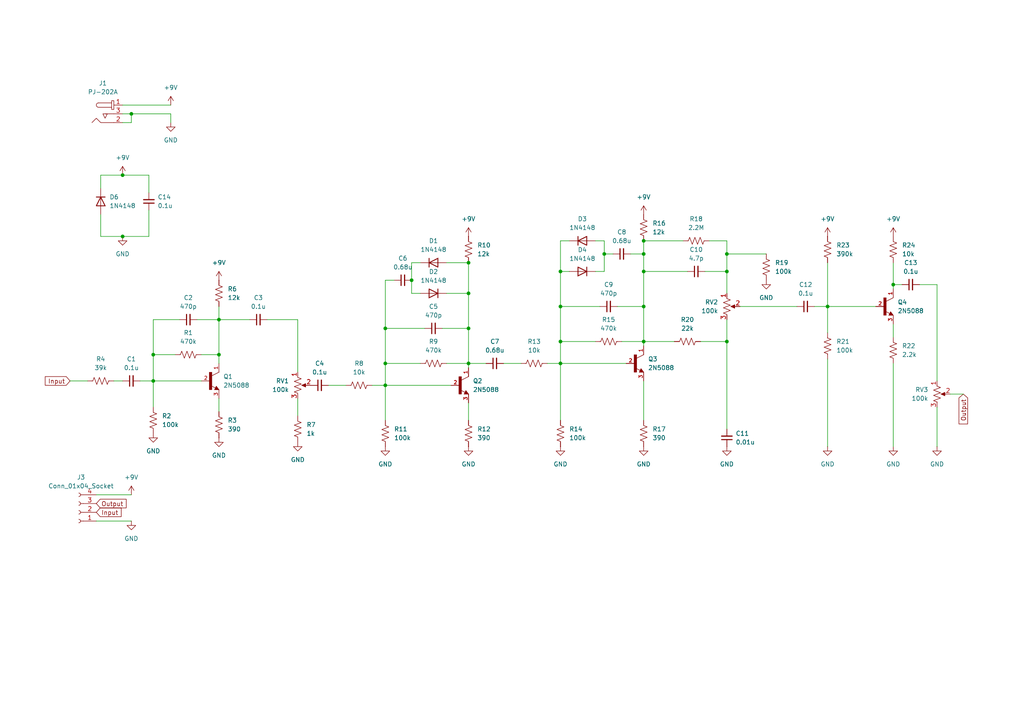
<source format=kicad_sch>
(kicad_sch (version 20231120) (generator "eeschema") (generator_version "8.0")
  (paper "A4")
  (lib_symbols
    (symbol "2N5088:2N5088" (pin_names (offset 1.016))
      (property "Reference" "Q" (at 2.54 0.508 0))
      (property "Value" "2N5088" (at 2.54 -0.508 0))
      (symbol "2N5088_0_0"
        (rectangle (start -0.254 -2.54) (end 0.508 2.54) (stroke (width 0.1)) (fill (type outline)))
        (polyline (pts (xy 1.27 -2.54) (xy 1.778 -1.524)) (stroke (width 0.1524)))
        (polyline (pts (xy 1.524 -2.413) (xy 2.286 -2.413)) (stroke (width 0.254)))
        (polyline (pts (xy 1.524 -2.286) (xy 1.905 -2.286)) (stroke (width 0.254)))
        (polyline (pts (xy 1.54 -2.04) (xy 0.308 -1.424)) (stroke (width 0.1524)))
        (polyline (pts (xy 1.778 -1.778) (xy 1.524 -2.286)) (stroke (width 0.254)))
        (polyline (pts (xy 1.778 -1.524) (xy 2.54 -2.54)) (stroke (width 0.1524)))
        (polyline (pts (xy 1.905 -2.286) (xy 1.778 -2.032)) (stroke (width 0.254)))
        (polyline (pts (xy 2.286 -2.413) (xy 1.778 -1.778)) (stroke (width 0.254)))
        (polyline (pts (xy 2.54 -2.54) (xy 1.27 -2.54)) (stroke (width 0.1524)))
        (polyline (pts (xy 2.54 2.54) (xy 0.508 1.524)) (stroke (width 0.1524)))
        (pin passive line (at 2.54 5.08 270) (length 2.54) (name "~") (number "1"))
        (pin passive line (at -2.54 0 0) (length 2.54) (name "~") (number "2"))
        (pin passive line (at 2.54 -5.08 90) (length 2.54) (name "~") (number "3"))
      )
    )
    (symbol "Connector:Conn_01x04_Socket" (pin_names (offset 1.016) hide)
      (property "Reference" "J" (at 0 5.08 0))
      (property "Value" "Conn_01x04_Socket" (at 0 -7.62 0))
      (symbol "Conn_01x04_Socket_1_1"
        (arc (start 0 -4.572) (mid -0.5058 -5.08) (end 0 -5.588) (stroke (width 0.1524)))
        (arc (start 0 -2.032) (mid -0.5058 -2.54) (end 0 -3.048) (stroke (width 0.1524)))
        (polyline (pts (xy -1.27 -5.08) (xy -0.508 -5.08)) (stroke (width 0.1524)))
        (polyline (pts (xy -1.27 -2.54) (xy -0.508 -2.54)) (stroke (width 0.1524)))
        (polyline (pts (xy -1.27 0) (xy -0.508 0)) (stroke (width 0.1524)))
        (polyline (pts (xy -1.27 2.54) (xy -0.508 2.54)) (stroke (width 0.1524)))
        (arc (start 0 0.508) (mid -0.5058 0) (end 0 -0.508) (stroke (width 0.1524)))
        (arc (start 0 3.048) (mid -0.5058 2.54) (end 0 2.032) (stroke (width 0.1524)))
        (pin passive line (at -5.08 2.54 0) (length 3.81) (name "Pin_1") (number "1"))
        (pin passive line (at -5.08 0 0) (length 3.81) (name "Pin_2") (number "2"))
        (pin passive line (at -5.08 -2.54 0) (length 3.81) (name "Pin_3") (number "3"))
        (pin passive line (at -5.08 -5.08 0) (length 3.81) (name "Pin_4") (number "4"))
      )
    )
    (symbol "Device:C_Small" (pin_numbers hide) (pin_names (offset 0.254) hide)
      (property "Reference" "C" (at 0.254 1.778 0))
      (property "Value" "C_Small" (at 0.254 -2.032 0))
      (symbol "C_Small_0_1"
        (polyline (pts (xy -1.524 -0.508) (xy 1.524 -0.508)) (stroke (width 0.3302)))
        (polyline (pts (xy -1.524 0.508) (xy 1.524 0.508)) (stroke (width 0.3048)))
      )
      (symbol "C_Small_1_1"
        (pin passive line (at 0 2.54 270) (length 2.032) (name "~") (number "1"))
        (pin passive line (at 0 -2.54 90) (length 2.032) (name "~") (number "2"))
      )
    )
    (symbol "Device:R_Potentiometer_US" (pin_names (offset 1.016) hide)
      (property "Reference" "RV" (at -4.445 0 90))
      (property "Value" "R_Potentiometer_US" (at -2.54 0 90))
      (symbol "R_Potentiometer_US_0_1"
        (polyline (pts (xy 0 -2.286) (xy 0 -2.54)))
        (polyline (pts (xy 0 2.54) (xy 0 2.286)))
        (polyline (pts (xy 2.54 0) (xy 1.524 0)))
        (polyline (pts (xy 1.143 0) (xy 2.286 0.508) (xy 2.286 -0.508) (xy 1.143 0)) (fill (type outline)))
        (polyline (pts (xy 0 -0.762) (xy 1.016 -1.143) (xy 0 -1.524) (xy -1.016 -1.905) (xy 0 -2.286)))
        (polyline (pts (xy 0 0.762) (xy 1.016 0.381) (xy 0 0) (xy -1.016 -0.381) (xy 0 -0.762)))
        (polyline (pts (xy 0 2.286) (xy 1.016 1.905) (xy 0 1.524) (xy -1.016 1.143) (xy 0 0.762)))
      )
      (symbol "R_Potentiometer_US_1_1"
        (pin passive line (at 0 3.81 270) (length 1.27) (name "1") (number "1"))
        (pin passive line (at 3.81 0 180) (length 1.27) (name "2") (number "2"))
        (pin passive line (at 0 -3.81 90) (length 1.27) (name "3") (number "3"))
      )
    )
    (symbol "Device:R_US" (pin_numbers hide) (pin_names (offset 0))
      (property "Reference" "R" (at 2.54 0 90))
      (property "Value" "R_US" (at -2.54 0 90))
      (symbol "R_US_0_1"
        (polyline (pts (xy 0 -2.286) (xy 0 -2.54)))
        (polyline (pts (xy 0 2.286) (xy 0 2.54)))
        (polyline (pts (xy 0 -0.762) (xy 1.016 -1.143) (xy 0 -1.524) (xy -1.016 -1.905) (xy 0 -2.286)))
        (polyline (pts (xy 0 0.762) (xy 1.016 0.381) (xy 0 0) (xy -1.016 -0.381) (xy 0 -0.762)))
        (polyline (pts (xy 0 2.286) (xy 1.016 1.905) (xy 0 1.524) (xy -1.016 1.143) (xy 0 0.762)))
      )
      (symbol "R_US_1_1"
        (pin passive line (at 0 3.81 270) (length 1.27) (name "~") (number "1"))
        (pin passive line (at 0 -3.81 90) (length 1.27) (name "~") (number "2"))
      )
    )
    (symbol "Diode:1N4148" (pin_numbers hide) (pin_names hide)
      (property "Reference" "D" (at 0 2.54 0))
      (property "Value" "1N4148" (at 0 -2.54 0))
      (symbol "1N4148_0_1"
        (polyline (pts (xy -1.27 1.27) (xy -1.27 -1.27)) (stroke (width 0.254)))
        (polyline (pts (xy 1.27 0) (xy -1.27 0)))
        (polyline (pts (xy 1.27 1.27) (xy 1.27 -1.27) (xy -1.27 0) (xy 1.27 1.27)) (stroke (width 0.254)))
      )
      (symbol "1N4148_1_1"
        (pin passive line (at -3.81 0 0) (length 2.54) (name "K") (number "1"))
        (pin passive line (at 3.81 0 180) (length 2.54) (name "A") (number "2"))
      )
    )
    (symbol "dk_Barrel-Power-Connectors:PJ-202A" (pin_names (offset 1.016))
      (property "Reference" "J" (at 0 2.54 0))
      (property "Value" "PJ-202A" (at 0 -6.35 0))
      (symbol "PJ-202A_1_1"
        (arc (start -4.445 0.635) (mid -5.08 0) (end -4.445 -0.635))
        (rectangle (start -0.635 1.27) (end 0 -1.27))
        (polyline (pts (xy -0.635 -0.635) (xy -4.445 -0.635)))
        (polyline (pts (xy -0.635 0.635) (xy -4.445 0.635)))
        (polyline (pts (xy 0 -2.54) (xy -1.27 -2.54) (xy -2.54 -2.54)))
        (polyline (pts (xy 0 -5.08) (xy -3.81 -5.08) (xy -5.08 -3.81) (xy -6.35 -5.08)))
        (polyline (pts (xy -2.54 -2.54) (xy -3.175 -2.54) (xy -2.54 -3.81) (xy -1.905 -2.54) (xy -2.54 -2.54)))
        (pin passive line (at 2.54 0 180) (length 2.54) (name "~") (number "1"))
        (pin passive line (at 2.54 -5.08 180) (length 2.54) (name "~") (number "2"))
        (pin passive line (at 2.54 -2.54 180) (length 2.54) (name "~") (number "3"))
      )
    )
    (symbol "power:+9V" (power) (pin_numbers hide) (pin_names (offset 0) hide)
      (property "Value" "+9V" (at 0 3.556 0))
      (symbol "+9V_0_1"
        (polyline (pts (xy -0.762 1.27) (xy 0 2.54)))
        (polyline (pts (xy 0 0) (xy 0 2.54)))
        (polyline (pts (xy 0 2.54) (xy 0.762 1.27)))
      )
      (symbol "+9V_1_1"
        (pin power_in line (at 0 0 90) (length 0) (name "~") (number "1"))
      )
    )
    (symbol "power:GND" (power) (pin_numbers hide) (pin_names (offset 0) hide)
      (property "Value" "GND" (at 0 -3.81 0))
      (symbol "GND_0_1"
        (polyline (pts (xy 0 0) (xy 0 -1.27) (xy 1.27 -1.27) (xy 0 -2.54) (xy -1.27 -1.27) (xy 0 -1.27)))
      )
      (symbol "GND_1_1"
        (pin power_in line (at 0 0 270) (length 0) (name "~") (number "1"))
      )
    )
  )
  (junction (at 111.76 111.76))
  (junction (at 240.03 88.9))
  (junction (at 186.69 99.06))
  (junction (at 63.5 102.87))
  (junction (at 135.89 85.09))
  (junction (at 35.56 68.58))
  (junction (at 162.56 105.41))
  (junction (at 44.45 102.87))
  (junction (at 210.82 73.66))
  (junction (at 44.45 110.49))
  (junction (at 38.1 33.02))
  (junction (at 135.89 105.41))
  (junction (at 186.69 88.9))
  (junction (at 210.82 99.06))
  (junction (at 162.56 99.06))
  (junction (at 186.69 73.66))
  (junction (at 210.82 78.74))
  (junction (at 259.08 82.55))
  (junction (at 111.76 95.25))
  (junction (at 63.5 92.71))
  (junction (at 111.76 105.41))
  (junction (at 135.89 95.25))
  (junction (at 186.69 78.74))
  (junction (at 175.26 73.66))
  (junction (at 162.56 88.9))
  (junction (at 135.89 76.2))
  (junction (at 119.38 81.28))
  (junction (at 186.69 69.85))
  (junction (at 35.56 50.8))
  (junction (at 162.56 78.74))
  (wire (pts (xy 186.69 78.74) (xy 199.39 78.74)))
  (wire (pts (xy 240.03 88.9) (xy 254 88.9)))
  (wire (pts (xy 175.26 73.66) (xy 175.26 78.74)))
  (wire (pts (xy 162.56 105.41) (xy 162.56 121.92)))
  (wire (pts (xy 63.5 102.87) (xy 63.5 105.41)))
  (wire (pts (xy 35.56 35.56) (xy 38.1 35.56)))
  (wire (pts (xy 135.89 76.2) (xy 135.89 85.09)))
  (wire (pts (xy 86.36 92.71) (xy 86.36 107.95)))
  (wire (pts (xy 27.94 143.51) (xy 38.1 143.51)))
  (wire (pts (xy 111.76 95.25) (xy 111.76 105.41)))
  (wire (pts (xy 271.78 82.55) (xy 271.78 110.49)))
  (wire (pts (xy 205.74 69.85) (xy 210.82 69.85)))
  (wire (pts (xy 210.82 73.66) (xy 210.82 78.74)))
  (wire (pts (xy 63.5 115.57) (xy 63.5 119.38)))
  (wire (pts (xy 44.45 110.49) (xy 44.45 118.11)))
  (wire (pts (xy 186.69 99.06) (xy 195.58 99.06)))
  (wire (pts (xy 275.59 114.3) (xy 279.4 114.3)))
  (wire (pts (xy 119.38 81.28) (xy 119.38 76.2)))
  (wire (pts (xy 77.47 92.71) (xy 86.36 92.71)))
  (wire (pts (xy 44.45 102.87) (xy 50.8 102.87)))
  (wire (pts (xy 130.81 111.76) (xy 111.76 111.76)))
  (wire (pts (xy 49.53 33.02) (xy 49.53 35.56)))
  (wire (pts (xy 107.95 111.76) (xy 111.76 111.76)))
  (wire (pts (xy 38.1 35.56) (xy 38.1 33.02)))
  (wire (pts (xy 162.56 69.85) (xy 165.1 69.85)))
  (wire (pts (xy 162.56 99.06) (xy 172.72 99.06)))
  (wire (pts (xy 63.5 88.9) (xy 63.5 92.71)))
  (wire (pts (xy 186.69 88.9) (xy 186.69 99.06)))
  (wire (pts (xy 236.22 88.9) (xy 240.03 88.9)))
  (wire (pts (xy 63.5 92.71) (xy 72.39 92.71)))
  (wire (pts (xy 111.76 95.25) (xy 111.76 81.28)))
  (wire (pts (xy 186.69 69.85) (xy 198.12 69.85)))
  (wire (pts (xy 210.82 78.74) (xy 210.82 85.09)))
  (wire (pts (xy 86.36 115.57) (xy 86.36 120.65)))
  (wire (pts (xy 175.26 69.85) (xy 172.72 69.85)))
  (wire (pts (xy 210.82 69.85) (xy 210.82 73.66)))
  (wire (pts (xy 29.21 50.8) (xy 35.56 50.8)))
  (wire (pts (xy 182.88 73.66) (xy 186.69 73.66)))
  (wire (pts (xy 33.02 110.49) (xy 35.56 110.49)))
  (wire (pts (xy 128.27 95.25) (xy 135.89 95.25)))
  (wire (pts (xy 259.08 82.55) (xy 261.62 82.55)))
  (wire (pts (xy 119.38 76.2) (xy 121.92 76.2)))
  (wire (pts (xy 240.03 88.9) (xy 240.03 96.52)))
  (wire (pts (xy 181.61 105.41) (xy 162.56 105.41)))
  (wire (pts (xy 35.56 33.02) (xy 38.1 33.02)))
  (wire (pts (xy 111.76 81.28) (xy 114.3 81.28)))
  (wire (pts (xy 44.45 110.49) (xy 44.45 102.87)))
  (wire (pts (xy 119.38 81.28) (xy 119.38 85.09)))
  (wire (pts (xy 162.56 88.9) (xy 162.56 99.06)))
  (wire (pts (xy 180.34 99.06) (xy 186.69 99.06)))
  (wire (pts (xy 203.2 99.06) (xy 210.82 99.06)))
  (wire (pts (xy 135.89 105.41) (xy 135.89 106.68)))
  (wire (pts (xy 210.82 78.74) (xy 204.47 78.74)))
  (wire (pts (xy 111.76 95.25) (xy 123.19 95.25)))
  (wire (pts (xy 63.5 92.71) (xy 63.5 102.87)))
  (wire (pts (xy 43.18 68.58) (xy 35.56 68.58)))
  (wire (pts (xy 43.18 60.96) (xy 43.18 68.58)))
  (wire (pts (xy 186.69 69.85) (xy 186.69 73.66)))
  (wire (pts (xy 135.89 105.41) (xy 140.97 105.41)))
  (wire (pts (xy 43.18 55.88) (xy 43.18 50.8)))
  (wire (pts (xy 210.82 92.71) (xy 210.82 99.06)))
  (wire (pts (xy 135.89 85.09) (xy 135.89 95.25)))
  (wire (pts (xy 40.64 110.49) (xy 44.45 110.49)))
  (wire (pts (xy 259.08 82.55) (xy 259.08 83.82)))
  (wire (pts (xy 186.69 73.66) (xy 186.69 78.74)))
  (wire (pts (xy 175.26 73.66) (xy 175.26 69.85)))
  (wire (pts (xy 129.54 105.41) (xy 135.89 105.41)))
  (wire (pts (xy 29.21 54.61) (xy 29.21 50.8)))
  (wire (pts (xy 259.08 93.98) (xy 259.08 97.79)))
  (wire (pts (xy 240.03 129.54) (xy 240.03 104.14)))
  (wire (pts (xy 210.82 99.06) (xy 210.82 124.46)))
  (wire (pts (xy 210.82 73.66) (xy 222.25 73.66)))
  (wire (pts (xy 121.92 85.09) (xy 119.38 85.09)))
  (wire (pts (xy 146.05 105.41) (xy 151.13 105.41)))
  (wire (pts (xy 29.21 68.58) (xy 35.56 68.58)))
  (wire (pts (xy 129.54 85.09) (xy 135.89 85.09)))
  (wire (pts (xy 158.75 105.41) (xy 162.56 105.41)))
  (wire (pts (xy 29.21 62.23) (xy 29.21 68.58)))
  (wire (pts (xy 129.54 76.2) (xy 135.89 76.2)))
  (wire (pts (xy 259.08 129.54) (xy 259.08 105.41)))
  (wire (pts (xy 186.69 110.49) (xy 186.69 121.92)))
  (wire (pts (xy 58.42 102.87) (xy 63.5 102.87)))
  (wire (pts (xy 95.25 111.76) (xy 100.33 111.76)))
  (wire (pts (xy 186.69 78.74) (xy 186.69 88.9)))
  (wire (pts (xy 271.78 118.11) (xy 271.78 129.54)))
  (wire (pts (xy 35.56 30.48) (xy 49.53 30.48)))
  (wire (pts (xy 162.56 78.74) (xy 162.56 88.9)))
  (wire (pts (xy 20.32 110.49) (xy 25.4 110.49)))
  (wire (pts (xy 111.76 105.41) (xy 111.76 111.76)))
  (wire (pts (xy 44.45 110.49) (xy 58.42 110.49)))
  (wire (pts (xy 135.89 95.25) (xy 135.89 105.41)))
  (wire (pts (xy 57.15 92.71) (xy 63.5 92.71)))
  (wire (pts (xy 44.45 92.71) (xy 52.07 92.71)))
  (wire (pts (xy 111.76 111.76) (xy 111.76 121.92)))
  (wire (pts (xy 162.56 69.85) (xy 162.56 78.74)))
  (wire (pts (xy 179.07 88.9) (xy 186.69 88.9)))
  (wire (pts (xy 38.1 151.13) (xy 27.94 151.13)))
  (wire (pts (xy 214.63 88.9) (xy 231.14 88.9)))
  (wire (pts (xy 43.18 50.8) (xy 35.56 50.8)))
  (wire (pts (xy 111.76 105.41) (xy 121.92 105.41)))
  (wire (pts (xy 172.72 78.74) (xy 175.26 78.74)))
  (wire (pts (xy 240.03 88.9) (xy 240.03 76.2)))
  (wire (pts (xy 259.08 76.2) (xy 259.08 82.55)))
  (wire (pts (xy 162.56 88.9) (xy 173.99 88.9)))
  (wire (pts (xy 135.89 116.84) (xy 135.89 121.92)))
  (wire (pts (xy 165.1 78.74) (xy 162.56 78.74)))
  (wire (pts (xy 177.8 73.66) (xy 175.26 73.66)))
  (wire (pts (xy 44.45 92.71) (xy 44.45 102.87)))
  (wire (pts (xy 266.7 82.55) (xy 271.78 82.55)))
  (wire (pts (xy 162.56 99.06) (xy 162.56 105.41)))
  (wire (pts (xy 38.1 33.02) (xy 49.53 33.02)))
  (wire (pts (xy 186.69 99.06) (xy 186.69 100.33)))
  (global_label "Input" (shape input) (at 20.32 110.49 180) (property "Intersheetrefs" "${INTERSHEET_REFS}" (effects (hide yes))))
  (global_label "Input" (shape input) (at 27.94 148.59 0) (property "Intersheetrefs" "${INTERSHEET_REFS}" (effects (hide yes))))
  (global_label "Output" (shape input) (at 279.4 114.3 270) (property "Intersheetrefs" "${INTERSHEET_REFS}" (effects (hide yes))))
  (global_label "Output" (shape input) (at 27.94 146.05 0) (property "Intersheetrefs" "${INTERSHEET_REFS}" (effects (hide yes))))
  (symbol (lib_id "Diode:1N4148") (at 168.91 69.85 0) (unit 1)
    (property "Reference" "D3" (at 168.91 63.5 0))
    (property "Value" "1N4148" (at 168.91 66.04 0))
    (property "Footprint" "Diode_THT:D_DO-35_SOD27_P7.62mm_Horizontal" (effects (hide yes)))
    (property "Datasheet" "https://assets.nexperia.com/documents/data-sheet/1N4148_1N4448.pdf" (effects (hide yes)))
    (property "Description" "100V 0.15A standard switching diode, DO-35" (effects (hide yes)))
    (property "Sim.Device" "D" (effects (hide yes)))
    (property "Sim.Pins" "1=K 2=A" (effects (hide yes)))
  )
  (symbol (lib_id "power:GND") (at 38.1 151.13 0) (unit 1)
    (property "Reference" "#PWR021" (effects (hide yes)))
    (property "Value" "GND" (at 38.1 156.21 0))
    (property "Description" "Power symbol creates a global label with name \"GND\" , ground" (effects (hide yes)))
  )
  (symbol (lib_id "Device:R_Potentiometer_US") (at 210.82 88.9 0) (unit 1)
    (property "Reference" "RV2" (at 208.28 87.6299 0) (effects (justify right)))
    (property "Value" "100k" (at 208.28 90.1699 0) (effects (justify right)))
    (property "Footprint" "Potentiometer_THT:Potentiometer_Bourns_PTV09A-1_Single_Vertical" (effects (hide yes)))
    (property "Description" "Potentiometer, US symbol" (effects (hide yes)))
  )
  (symbol (lib_id "Device:R_US") (at 54.61 102.87 270) (unit 1)
    (property "Reference" "R1" (at 54.61 96.52 90))
    (property "Value" "470k" (at 54.61 99.06 90))
    (property "Footprint" "Resistor_THT:R_Axial_DIN0204_L3.6mm_D1.6mm_P5.08mm_Horizontal" (effects (hide yes)))
    (property "Description" "Resistor, US symbol" (effects (hide yes)))
  )
  (symbol (lib_id "Device:R_US") (at 154.94 105.41 90) (unit 1)
    (property "Reference" "R13" (at 154.94 99.06 90))
    (property "Value" "10k" (at 154.94 101.6 90))
    (property "Footprint" "Resistor_THT:R_Axial_DIN0204_L3.6mm_D1.6mm_P5.08mm_Horizontal" (effects (hide yes)))
    (property "Description" "Resistor, US symbol" (effects (hide yes)))
  )
  (symbol (lib_id "Device:R_Potentiometer_US") (at 271.78 114.3 0) (unit 1)
    (property "Reference" "RV3" (at 269.24 113.0299 0) (effects (justify right)))
    (property "Value" "100k" (at 269.24 115.5699 0) (effects (justify right)))
    (property "Footprint" "Potentiometer_THT:Potentiometer_Bourns_PTV09A-1_Single_Vertical" (effects (hide yes)))
    (property "Description" "Potentiometer, US symbol" (effects (hide yes)))
  )
  (symbol (lib_id "Device:R_US") (at 111.76 125.73 180) (unit 1)
    (property "Reference" "R11" (at 114.3 124.4599 0) (effects (justify right)))
    (property "Value" "100k" (at 114.3 126.9999 0) (effects (justify right)))
    (property "Footprint" "Resistor_THT:R_Axial_DIN0204_L3.6mm_D1.6mm_P5.08mm_Horizontal" (effects (hide yes)))
    (property "Description" "Resistor, US symbol" (effects (hide yes)))
  )
  (symbol (lib_id "power:GND") (at 162.56 129.54 0) (unit 1)
    (property "Reference" "#PWR09" (effects (hide yes)))
    (property "Value" "GND" (at 162.56 134.62 0))
    (property "Description" "Power symbol creates a global label with name \"GND\" , ground" (effects (hide yes)))
  )
  (symbol (lib_id "Diode:1N4148") (at 168.91 78.74 180) (unit 1)
    (property "Reference" "D4" (at 168.91 72.462 0))
    (property "Value" "1N4148" (at 168.91 75.002 0))
    (property "Footprint" "Diode_THT:D_DO-35_SOD27_P7.62mm_Horizontal" (effects (hide yes)))
    (property "Datasheet" "https://assets.nexperia.com/documents/data-sheet/1N4148_1N4448.pdf" (effects (hide yes)))
    (property "Description" "100V 0.15A standard switching diode, DO-35" (effects (hide yes)))
    (property "Sim.Device" "D" (effects (hide yes)))
    (property "Sim.Pins" "1=K 2=A" (effects (hide yes)))
  )
  (symbol (lib_id "Device:R_US") (at 199.39 99.06 270) (unit 1)
    (property "Reference" "R20" (at 199.39 92.71 90))
    (property "Value" "22k" (at 199.39 95.25 90))
    (property "Footprint" "Resistor_THT:R_Axial_DIN0204_L3.6mm_D1.6mm_P5.08mm_Horizontal" (effects (hide yes)))
    (property "Description" "Resistor, US symbol" (effects (hide yes)))
  )
  (symbol (lib_id "Device:R_US") (at 259.08 72.39 0) (unit 1)
    (property "Reference" "R24" (at 261.62 71.1199 0) (effects (justify left)))
    (property "Value" "10k" (at 261.62 73.6599 0) (effects (justify left)))
    (property "Footprint" "Resistor_THT:R_Axial_DIN0204_L3.6mm_D1.6mm_P5.08mm_Horizontal" (effects (hide yes)))
    (property "Description" "Resistor, US symbol" (effects (hide yes)))
  )
  (symbol (lib_id "power:GND") (at 240.03 129.54 0) (unit 1)
    (property "Reference" "#PWR014" (effects (hide yes)))
    (property "Value" "GND" (at 240.03 134.62 0))
    (property "Description" "Power symbol creates a global label with name \"GND\" , ground" (effects (hide yes)))
  )
  (symbol (lib_id "Device:C_Small") (at 201.93 78.74 90) (unit 1)
    (property "Reference" "C10" (at 201.9363 72.39 90))
    (property "Value" "4.7p" (at 201.9363 74.93 90))
    (property "Footprint" "Capacitor_THT:C_Axial_L5.1mm_D3.1mm_P7.50mm_Horizontal" (effects (hide yes)))
    (property "Description" "Unpolarized capacitor, small symbol" (effects (hide yes)))
  )
  (symbol (lib_id "Device:C_Small") (at 38.1 110.49 90) (unit 1)
    (property "Reference" "C1" (at 38.1063 104.14 90))
    (property "Value" "0.1u" (at 38.1063 106.68 90))
    (property "Footprint" "Capacitor_THT:C_Axial_L5.1mm_D3.1mm_P7.50mm_Horizontal" (effects (hide yes)))
    (property "Description" "Unpolarized capacitor, small symbol" (effects (hide yes)))
  )
  (symbol (lib_id "Device:R_US") (at 162.56 125.73 180) (unit 1)
    (property "Reference" "R14" (at 165.1 124.4599 0) (effects (justify right)))
    (property "Value" "100k" (at 165.1 126.9999 0) (effects (justify right)))
    (property "Footprint" "Resistor_THT:R_Axial_DIN0204_L3.6mm_D1.6mm_P5.08mm_Horizontal" (effects (hide yes)))
    (property "Description" "Resistor, US symbol" (effects (hide yes)))
  )
  (symbol (lib_id "power:GND") (at 259.08 129.54 0) (unit 1)
    (property "Reference" "#PWR015" (effects (hide yes)))
    (property "Value" "GND" (at 259.08 134.62 0))
    (property "Description" "Power symbol creates a global label with name \"GND\" , ground" (effects (hide yes)))
  )
  (symbol (lib_id "Device:C_Small") (at 125.73 95.25 90) (unit 1)
    (property "Reference" "C5" (at 125.7363 88.9 90))
    (property "Value" "470p" (at 125.7363 91.44 90))
    (property "Footprint" "Capacitor_THT:C_Axial_L5.1mm_D3.1mm_P7.50mm_Horizontal" (effects (hide yes)))
    (property "Description" "Unpolarized capacitor, small symbol" (effects (hide yes)))
  )
  (symbol (lib_id "Diode:1N4148") (at 29.21 58.42 270) (unit 1)
    (property "Reference" "D6" (at 31.75 57.1499 90) (effects (justify left)))
    (property "Value" "1N4148" (at 31.75 59.6899 90) (effects (justify left)))
    (property "Footprint" "Diode_THT:D_DO-35_SOD27_P7.62mm_Horizontal" (effects (hide yes)))
    (property "Datasheet" "https://assets.nexperia.com/documents/data-sheet/1N4148_1N4448.pdf" (effects (hide yes)))
    (property "Description" "100V 0.15A standard switching diode, DO-35" (effects (hide yes)))
    (property "Sim.Device" "D" (effects (hide yes)))
    (property "Sim.Pins" "1=K 2=A" (effects (hide yes)))
  )
  (symbol (lib_id "power:+9V") (at 38.1 143.51 0) (unit 1)
    (property "Reference" "#PWR020" (effects (hide yes)))
    (property "Value" "+9V" (at 38.1 138.43 0))
    (property "Description" "Power symbol creates a global label with name \"+9V\"" (effects (hide yes)))
  )
  (symbol (lib_id "Diode:1N4148") (at 125.73 76.2 0) (unit 1)
    (property "Reference" "D1" (at 125.73 69.85 0))
    (property "Value" "1N4148" (at 125.73 72.39 0))
    (property "Footprint" "Diode_THT:D_DO-35_SOD27_P7.62mm_Horizontal" (effects (hide yes)))
    (property "Datasheet" "https://assets.nexperia.com/documents/data-sheet/1N4148_1N4448.pdf" (effects (hide yes)))
    (property "Description" "100V 0.15A standard switching diode, DO-35" (effects (hide yes)))
    (property "Sim.Device" "D" (effects (hide yes)))
    (property "Sim.Pins" "1=K 2=A" (effects (hide yes)))
  )
  (symbol (lib_id "power:+9V") (at 63.5 81.28 0) (unit 1)
    (property "Reference" "#PWR04" (effects (hide yes)))
    (property "Value" "+9V" (at 63.5 76.2 0))
    (property "Description" "Power symbol creates a global label with name \"+9V\"" (effects (hide yes)))
  )
  (symbol (lib_id "power:+9V") (at 135.89 68.58 0) (unit 1)
    (property "Reference" "#PWR08" (effects (hide yes)))
    (property "Value" "+9V" (at 135.89 63.5 0))
    (property "Description" "Power symbol creates a global label with name \"+9V\"" (effects (hide yes)))
  )
  (symbol (lib_id "2N5088:2N5088") (at 256.54 88.9 0) (unit 1)
    (property "Reference" "Q4" (at 260.35 87.6299 0) (effects (justify left)))
    (property "Value" "2N5088" (at 260.35 90.1699 0) (effects (justify left)))
    (property "Footprint" "2N5088:TO92" (effects (hide yes)))
    (property "MF" "ON Semiconductor" (effects (hide yes)))
    (property "Description_1" "\n                        \n                            Bipolar (BJT) Transistor NPN 30 V 50 mA 50MHz 625 mW Through Hole TO-92 (TO-226)\n                        \n" (effects (hide yes)))
    (property "Package" "E-PKG AXIAL-LEADED-2 ON Semiconductor" (effects (hide yes)))
    (property "Price" "None" (effects (hide yes)))
    (property "SnapEDA_Link" "https://www.snapeda.com/parts/2N5088/Onsemi/view-part/?ref=snap" (effects (hide yes)))
    (property "MP" "2N5088" (effects (hide yes)))
    (property "Availability" "In Stock" (effects (hide yes)))
    (property "Check_prices" "https://www.snapeda.com/parts/2N5088/Onsemi/view-part/?ref=eda" (effects (hide yes)))
  )
  (symbol (lib_id "2N5088:2N5088") (at 60.96 110.49 0) (unit 1)
    (property "Reference" "Q1" (at 64.77 109.2199 0) (effects (justify left)))
    (property "Value" "2N5088" (at 64.77 111.7599 0) (effects (justify left)))
    (property "Footprint" "2N5088:TO92" (effects (hide yes)))
    (property "MF" "ON Semiconductor" (effects (hide yes)))
    (property "Description_1" "\n                        \n                            Bipolar (BJT) Transistor NPN 30 V 50 mA 50MHz 625 mW Through Hole TO-92 (TO-226)\n                        \n" (effects (hide yes)))
    (property "Package" "E-PKG AXIAL-LEADED-2 ON Semiconductor" (effects (hide yes)))
    (property "Price" "None" (effects (hide yes)))
    (property "SnapEDA_Link" "https://www.snapeda.com/parts/2N5088/Onsemi/view-part/?ref=snap" (effects (hide yes)))
    (property "MP" "2N5088" (effects (hide yes)))
    (property "Availability" "In Stock" (effects (hide yes)))
    (property "Check_prices" "https://www.snapeda.com/parts/2N5088/Onsemi/view-part/?ref=eda" (effects (hide yes)))
  )
  (symbol (lib_id "Device:R_US") (at 176.53 99.06 90) (unit 1)
    (property "Reference" "R15" (at 176.53 92.71 90))
    (property "Value" "470k" (at 176.53 95.25 90))
    (property "Footprint" "Resistor_THT:R_Axial_DIN0204_L3.6mm_D1.6mm_P5.08mm_Horizontal" (effects (hide yes)))
    (property "Description" "Resistor, US symbol" (effects (hide yes)))
  )
  (symbol (lib_id "Device:C_Small") (at 74.93 92.71 90) (unit 1)
    (property "Reference" "C3" (at 74.9363 86.36 90))
    (property "Value" "0.1u" (at 74.9363 88.9 90))
    (property "Footprint" "Capacitor_THT:C_Axial_L5.1mm_D3.1mm_P7.50mm_Horizontal" (effects (hide yes)))
    (property "Description" "Unpolarized capacitor, small symbol" (effects (hide yes)))
  )
  (symbol (lib_id "power:GND") (at 35.56 68.58 0) (unit 1)
    (property "Reference" "#PWR019" (effects (hide yes)))
    (property "Value" "GND" (at 35.56 73.66 0))
    (property "Description" "Power symbol creates a global label with name \"GND\" , ground" (effects (hide yes)))
  )
  (symbol (lib_id "Device:C_Small") (at 180.34 73.66 90) (unit 1)
    (property "Reference" "C8" (at 180.3463 67.31 90))
    (property "Value" "0.68u" (at 180.3463 69.85 90))
    (property "Footprint" "Capacitor_THT:C_Axial_L5.1mm_D3.1mm_P7.50mm_Horizontal" (effects (hide yes)))
    (property "Description" "Unpolarized capacitor, small symbol" (effects (hide yes)))
  )
  (symbol (lib_id "Device:R_US") (at 29.21 110.49 270) (unit 1)
    (property "Reference" "R4" (at 29.21 104.14 90))
    (property "Value" "39k" (at 29.21 106.68 90))
    (property "Footprint" "Resistor_THT:R_Axial_DIN0204_L3.6mm_D1.6mm_P5.08mm_Horizontal" (effects (hide yes)))
    (property "Description" "Resistor, US symbol" (effects (hide yes)))
  )
  (symbol (lib_id "power:GND") (at 44.45 125.73 0) (unit 1)
    (property "Reference" "#PWR02" (effects (hide yes)))
    (property "Value" "GND" (at 44.45 130.81 0))
    (property "Description" "Power symbol creates a global label with name \"GND\" , ground" (effects (hide yes)))
  )
  (symbol (lib_id "power:GND") (at 111.76 129.54 0) (unit 1)
    (property "Reference" "#PWR06" (effects (hide yes)))
    (property "Value" "GND" (at 111.76 134.62 0))
    (property "Description" "Power symbol creates a global label with name \"GND\" , ground" (effects (hide yes)))
  )
  (symbol (lib_id "Device:R_Potentiometer_US") (at 86.36 111.76 0) (unit 1)
    (property "Reference" "RV1" (at 83.82 110.4899 0) (effects (justify right)))
    (property "Value" "100k" (at 83.82 113.0299 0) (effects (justify right)))
    (property "Footprint" "Potentiometer_THT:Potentiometer_Bourns_PTV09A-1_Single_Vertical" (effects (hide yes)))
    (property "Description" "Potentiometer, US symbol" (effects (hide yes)))
  )
  (symbol (lib_id "power:GND") (at 210.82 129.54 0) (unit 1)
    (property "Reference" "#PWR012" (effects (hide yes)))
    (property "Value" "GND" (at 210.82 134.62 0))
    (property "Description" "Power symbol creates a global label with name \"GND\" , ground" (effects (hide yes)))
  )
  (symbol (lib_id "Connector:Conn_01x04_Socket") (at 22.86 148.59 180) (unit 1)
    (property "Reference" "J3" (at 23.495 138.43 0))
    (property "Value" "Conn_01x04_Socket" (at 23.495 140.97 0))
    (property "Footprint" "Connector_PinHeader_2.00mm:PinHeader_1x04_P2.00mm_Vertical" (effects (hide yes)))
    (property "Description" "Generic connector, single row, 01x04, script generated" (effects (hide yes)))
  )
  (symbol (lib_id "power:+9V") (at 49.53 30.48 0) (unit 1)
    (property "Reference" "#PWR022" (effects (hide yes)))
    (property "Value" "+9V" (at 49.53 25.4 0))
    (property "Description" "Power symbol creates a global label with name \"+9V\"" (effects (hide yes)))
  )
  (symbol (lib_id "Device:R_US") (at 240.03 100.33 0) (unit 1)
    (property "Reference" "R21" (at 242.57 99.0599 0) (effects (justify left)))
    (property "Value" "100k" (at 242.57 101.5999 0) (effects (justify left)))
    (property "Footprint" "Resistor_THT:R_Axial_DIN0204_L3.6mm_D1.6mm_P5.08mm_Horizontal" (effects (hide yes)))
    (property "Description" "Resistor, US symbol" (effects (hide yes)))
  )
  (symbol (lib_id "power:GND") (at 135.89 129.54 0) (unit 1)
    (property "Reference" "#PWR07" (effects (hide yes)))
    (property "Value" "GND" (at 135.89 134.62 0))
    (property "Description" "Power symbol creates a global label with name \"GND\" , ground" (effects (hide yes)))
  )
  (symbol (lib_id "power:GND") (at 86.36 128.27 0) (unit 1)
    (property "Reference" "#PWR05" (effects (hide yes)))
    (property "Value" "GND" (at 86.36 133.35 0))
    (property "Description" "Power symbol creates a global label with name \"GND\" , ground" (effects (hide yes)))
  )
  (symbol (lib_id "Device:R_US") (at 44.45 121.92 0) (unit 1)
    (property "Reference" "R2" (at 46.99 120.6499 0) (effects (justify left)))
    (property "Value" "100k" (at 46.99 123.1899 0) (effects (justify left)))
    (property "Footprint" "Resistor_THT:R_Axial_DIN0204_L3.6mm_D1.6mm_P5.08mm_Horizontal" (effects (hide yes)))
    (property "Description" "Resistor, US symbol" (effects (hide yes)))
  )
  (symbol (lib_id "Diode:1N4148") (at 125.73 85.09 180) (unit 1)
    (property "Reference" "D2" (at 125.73 78.812 0))
    (property "Value" "1N4148" (at 125.73 81.352 0))
    (property "Footprint" "Diode_THT:D_DO-35_SOD27_P7.62mm_Horizontal" (effects (hide yes)))
    (property "Datasheet" "https://assets.nexperia.com/documents/data-sheet/1N4148_1N4448.pdf" (effects (hide yes)))
    (property "Description" "100V 0.15A standard switching diode, DO-35" (effects (hide yes)))
    (property "Sim.Device" "D" (effects (hide yes)))
    (property "Sim.Pins" "1=K 2=A" (effects (hide yes)))
  )
  (symbol (lib_id "2N5088:2N5088") (at 184.15 105.41 0) (unit 1)
    (property "Reference" "Q3" (at 187.96 104.1399 0) (effects (justify left)))
    (property "Value" "2N5088" (at 187.96 106.6799 0) (effects (justify left)))
    (property "Footprint" "2N5088:TO92" (effects (hide yes)))
    (property "MF" "ON Semiconductor" (effects (hide yes)))
    (property "Description_1" "\n                        \n                            Bipolar (BJT) Transistor NPN 30 V 50 mA 50MHz 625 mW Through Hole TO-92 (TO-226)\n                        \n" (effects (hide yes)))
    (property "Package" "E-PKG AXIAL-LEADED-2 ON Semiconductor" (effects (hide yes)))
    (property "Price" "None" (effects (hide yes)))
    (property "SnapEDA_Link" "https://www.snapeda.com/parts/2N5088/Onsemi/view-part/?ref=snap" (effects (hide yes)))
    (property "MP" "2N5088" (effects (hide yes)))
    (property "Availability" "In Stock" (effects (hide yes)))
    (property "Check_prices" "https://www.snapeda.com/parts/2N5088/Onsemi/view-part/?ref=eda" (effects (hide yes)))
  )
  (symbol (lib_id "2N5088:2N5088") (at 133.35 111.76 0) (unit 1)
    (property "Reference" "Q2" (at 137.16 110.4899 0) (effects (justify left)))
    (property "Value" "2N5088" (at 137.16 113.0299 0) (effects (justify left)))
    (property "Footprint" "2N5088:TO92" (effects (hide yes)))
    (property "MF" "ON Semiconductor" (effects (hide yes)))
    (property "Description_1" "\n                        \n                            Bipolar (BJT) Transistor NPN 30 V 50 mA 50MHz 625 mW Through Hole TO-92 (TO-226)\n                        \n" (effects (hide yes)))
    (property "Package" "E-PKG AXIAL-LEADED-2 ON Semiconductor" (effects (hide yes)))
    (property "Price" "None" (effects (hide yes)))
    (property "SnapEDA_Link" "https://www.snapeda.com/parts/2N5088/Onsemi/view-part/?ref=snap" (effects (hide yes)))
    (property "MP" "2N5088" (effects (hide yes)))
    (property "Availability" "In Stock" (effects (hide yes)))
    (property "Check_prices" "https://www.snapeda.com/parts/2N5088/Onsemi/view-part/?ref=eda" (effects (hide yes)))
  )
  (symbol (lib_id "Device:R_US") (at 63.5 85.09 0) (unit 1)
    (property "Reference" "R6" (at 66.04 83.8199 0) (effects (justify left)))
    (property "Value" "12k" (at 66.04 86.3599 0) (effects (justify left)))
    (property "Footprint" "Resistor_THT:R_Axial_DIN0204_L3.6mm_D1.6mm_P5.08mm_Horizontal" (effects (hide yes)))
    (property "Description" "Resistor, US symbol" (effects (hide yes)))
  )
  (symbol (lib_id "power:GND") (at 49.53 35.56 0) (unit 1)
    (property "Reference" "#PWR023" (effects (hide yes)))
    (property "Value" "GND" (at 49.53 40.64 0))
    (property "Description" "Power symbol creates a global label with name \"GND\" , ground" (effects (hide yes)))
  )
  (symbol (lib_id "Device:C_Small") (at 92.71 111.76 90) (unit 1)
    (property "Reference" "C4" (at 92.7163 105.41 90))
    (property "Value" "0.1u" (at 92.7163 107.95 90))
    (property "Footprint" "Capacitor_THT:C_Axial_L5.1mm_D3.1mm_P7.50mm_Horizontal" (effects (hide yes)))
    (property "Description" "Unpolarized capacitor, small symbol" (effects (hide yes)))
  )
  (symbol (lib_id "Device:R_US") (at 104.14 111.76 90) (unit 1)
    (property "Reference" "R8" (at 104.14 105.41 90))
    (property "Value" "10k" (at 104.14 107.95 90))
    (property "Footprint" "Resistor_THT:R_Axial_DIN0204_L3.6mm_D1.6mm_P5.08mm_Horizontal" (effects (hide yes)))
    (property "Description" "Resistor, US symbol" (effects (hide yes)))
  )
  (symbol (lib_id "Device:R_US") (at 201.93 69.85 270) (unit 1)
    (property "Reference" "R18" (at 201.93 63.5 90))
    (property "Value" "2.2M" (at 201.93 66.04 90))
    (property "Footprint" "Resistor_THT:R_Axial_DIN0204_L3.6mm_D1.6mm_P5.08mm_Horizontal" (effects (hide yes)))
    (property "Description" "Resistor, US symbol" (effects (hide yes)))
  )
  (symbol (lib_id "power:+9V") (at 35.56 50.8 0) (unit 1)
    (property "Reference" "#PWR01" (effects (hide yes)))
    (property "Value" "+9V" (at 35.56 45.72 0))
    (property "Description" "Power symbol creates a global label with name \"+9V\"" (effects (hide yes)))
  )
  (symbol (lib_id "Device:C_Small") (at 54.61 92.71 90) (unit 1)
    (property "Reference" "C2" (at 54.6163 86.36 90))
    (property "Value" "470p" (at 54.6163 88.9 90))
    (property "Footprint" "Capacitor_THT:C_Axial_L5.1mm_D3.1mm_P7.50mm_Horizontal" (effects (hide yes)))
    (property "Description" "Unpolarized capacitor, small symbol" (effects (hide yes)))
  )
  (symbol (lib_id "power:+9V") (at 259.08 68.58 0) (unit 1)
    (property "Reference" "#PWR018" (effects (hide yes)))
    (property "Value" "+9V" (at 259.08 63.5 0))
    (property "Description" "Power symbol creates a global label with name \"+9V\"" (effects (hide yes)))
  )
  (symbol (lib_id "power:GND") (at 271.78 129.54 0) (unit 1)
    (property "Reference" "#PWR016" (effects (hide yes)))
    (property "Value" "GND" (at 271.78 134.62 0))
    (property "Description" "Power symbol creates a global label with name \"GND\" , ground" (effects (hide yes)))
  )
  (symbol (lib_id "Device:C_Small") (at 210.82 127 180) (unit 1)
    (property "Reference" "C11" (at 213.36 125.7235 0) (effects (justify right)))
    (property "Value" "0.01u" (at 213.36 128.2635 0) (effects (justify right)))
    (property "Footprint" "Capacitor_THT:C_Axial_L5.1mm_D3.1mm_P7.50mm_Horizontal" (effects (hide yes)))
    (property "Description" "Unpolarized capacitor, small symbol" (effects (hide yes)))
  )
  (symbol (lib_id "Device:C_Small") (at 116.84 81.28 90) (unit 1)
    (property "Reference" "C6" (at 116.8463 74.93 90))
    (property "Value" "0.68u" (at 116.8463 77.47 90))
    (property "Footprint" "Capacitor_THT:C_Axial_L5.1mm_D3.1mm_P7.50mm_Horizontal" (effects (hide yes)))
    (property "Description" "Unpolarized capacitor, small symbol" (effects (hide yes)))
  )
  (symbol (lib_id "power:GND") (at 63.5 127 0) (unit 1)
    (property "Reference" "#PWR03" (effects (hide yes)))
    (property "Value" "GND" (at 63.5 132.08 0))
    (property "Description" "Power symbol creates a global label with name \"GND\" , ground" (effects (hide yes)))
  )
  (symbol (lib_id "Device:C_Small") (at 143.51 105.41 90) (unit 1)
    (property "Reference" "C7" (at 143.5163 99.06 90))
    (property "Value" "0.68u" (at 143.5163 101.6 90))
    (property "Footprint" "Capacitor_THT:C_Axial_L5.1mm_D3.1mm_P7.50mm_Horizontal" (effects (hide yes)))
    (property "Description" "Unpolarized capacitor, small symbol" (effects (hide yes)))
  )
  (symbol (lib_id "Device:C_Small") (at 233.68 88.9 90) (unit 1)
    (property "Reference" "C12" (at 233.6863 82.55 90))
    (property "Value" "0.1u" (at 233.6863 85.09 90))
    (property "Footprint" "Capacitor_THT:C_Axial_L5.1mm_D3.1mm_P7.50mm_Horizontal" (effects (hide yes)))
    (property "Description" "Unpolarized capacitor, small symbol" (effects (hide yes)))
  )
  (symbol (lib_id "Device:R_US") (at 240.03 72.39 0) (unit 1)
    (property "Reference" "R23" (at 242.57 71.1199 0) (effects (justify left)))
    (property "Value" "390k" (at 242.57 73.6599 0) (effects (justify left)))
    (property "Footprint" "Resistor_THT:R_Axial_DIN0204_L3.6mm_D1.6mm_P5.08mm_Horizontal" (effects (hide yes)))
    (property "Description" "Resistor, US symbol" (effects (hide yes)))
  )
  (symbol (lib_id "Device:R_US") (at 63.5 123.19 0) (unit 1)
    (property "Reference" "R3" (at 66.04 121.9199 0) (effects (justify left)))
    (property "Value" "390" (at 66.04 124.4599 0) (effects (justify left)))
    (property "Footprint" "Resistor_THT:R_Axial_DIN0204_L3.6mm_D1.6mm_P5.08mm_Horizontal" (effects (hide yes)))
    (property "Description" "Resistor, US symbol" (effects (hide yes)))
  )
  (symbol (lib_id "Device:C_Small") (at 264.16 82.55 90) (unit 1)
    (property "Reference" "C13" (at 264.1663 76.2 90))
    (property "Value" "0.1u" (at 264.1663 78.74 90))
    (property "Footprint" "Capacitor_THT:C_Axial_L5.1mm_D3.1mm_P7.50mm_Horizontal" (effects (hide yes)))
    (property "Description" "Unpolarized capacitor, small symbol" (effects (hide yes)))
  )
  (symbol (lib_id "power:+9V") (at 240.03 68.58 0) (unit 1)
    (property "Reference" "#PWR017" (effects (hide yes)))
    (property "Value" "+9V" (at 240.03 63.5 0))
    (property "Description" "Power symbol creates a global label with name \"+9V\"" (effects (hide yes)))
  )
  (symbol (lib_id "power:GND") (at 186.69 129.54 0) (unit 1)
    (property "Reference" "#PWR011" (effects (hide yes)))
    (property "Value" "GND" (at 186.69 134.62 0))
    (property "Description" "Power symbol creates a global label with name \"GND\" , ground" (effects (hide yes)))
  )
  (symbol (lib_id "Device:C_Small") (at 176.53 88.9 90) (unit 1)
    (property "Reference" "C9" (at 176.5363 82.55 90))
    (property "Value" "470p" (at 176.5363 85.09 90))
    (property "Footprint" "Capacitor_THT:C_Axial_L5.1mm_D3.1mm_P7.50mm_Horizontal" (effects (hide yes)))
    (property "Description" "Unpolarized capacitor, small symbol" (effects (hide yes)))
  )
  (symbol (lib_id "Device:R_US") (at 86.36 124.46 0) (unit 1)
    (property "Reference" "R7" (at 88.9 123.1899 0) (effects (justify left)))
    (property "Value" "1k" (at 88.9 125.7299 0) (effects (justify left)))
    (property "Footprint" "Resistor_THT:R_Axial_DIN0204_L3.6mm_D1.6mm_P5.08mm_Horizontal" (effects (hide yes)))
    (property "Description" "Resistor, US symbol" (effects (hide yes)))
  )
  (symbol (lib_id "Device:R_US") (at 186.69 66.04 180) (unit 1)
    (property "Reference" "R16" (at 189.23 64.7699 0) (effects (justify right)))
    (property "Value" "12k" (at 189.23 67.3099 0) (effects (justify right)))
    (property "Footprint" "Resistor_THT:R_Axial_DIN0204_L3.6mm_D1.6mm_P5.08mm_Horizontal" (effects (hide yes)))
    (property "Description" "Resistor, US symbol" (effects (hide yes)))
  )
  (symbol (lib_id "Device:C_Small") (at 43.18 58.42 180) (unit 1)
    (property "Reference" "C14" (at 45.72 57.1435 0) (effects (justify right)))
    (property "Value" "0.1u" (at 45.72 59.6835 0) (effects (justify right)))
    (property "Footprint" "Capacitor_THT:C_Axial_L5.1mm_D3.1mm_P7.50mm_Horizontal" (effects (hide yes)))
    (property "Description" "Unpolarized capacitor, small symbol" (effects (hide yes)))
  )
  (symbol (lib_id "dk_Barrel-Power-Connectors:PJ-202A") (at 33.02 30.48 0) (unit 1)
    (property "Reference" "J1" (at 29.845 24.13 0))
    (property "Value" "PJ-202A" (at 29.845 26.67 0))
    (property "Footprint" "Connector_BarrelJack:BarrelJack_GCT_DCJ200-10-A_Horizontal" (effects (hide yes)))
    (property "Datasheet" "https://www.cui.com/product/resource/digikeypdf/pj-202a.pdf" (effects (hide yes)))
    (property "Description" "CONN PWR JACK 2X5.5MM KINKED PIN" (effects (hide yes)))
    (property "Digi-Key_PN" "CP-202A-ND" (effects (hide yes)))
    (property "MPN" "PJ-202A" (effects (hide yes)))
    (property "Category" "Connectors, Interconnects" (effects (hide yes)))
    (property "Family" "Barrel - Power Connectors" (effects (hide yes)))
    (property "DK_Datasheet_Link" "https://www.cui.com/product/resource/digikeypdf/pj-202a.pdf" (effects (hide yes)))
    (property "DK_Detail_Page" "/product-detail/en/cui-inc/PJ-202A/CP-202A-ND/252007" (effects (hide yes)))
    (property "Description_1" "CONN PWR JACK 2X5.5MM KINKED PIN" (effects (hide yes)))
    (property "Manufacturer" "CUI Inc." (effects (hide yes)))
    (property "Status" "Active" (effects (hide yes)))
  )
  (symbol (lib_id "Device:R_US") (at 135.89 72.39 180) (unit 1)
    (property "Reference" "R10" (at 138.43 71.1199 0) (effects (justify right)))
    (property "Value" "12k" (at 138.43 73.6599 0) (effects (justify right)))
    (property "Footprint" "Resistor_THT:R_Axial_DIN0204_L3.6mm_D1.6mm_P5.08mm_Horizontal" (effects (hide yes)))
    (property "Description" "Resistor, US symbol" (effects (hide yes)))
  )
  (symbol (lib_id "Device:R_US") (at 135.89 125.73 180) (unit 1)
    (property "Reference" "R12" (at 138.43 124.4599 0) (effects (justify right)))
    (property "Value" "390" (at 138.43 126.9999 0) (effects (justify right)))
    (property "Footprint" "Resistor_THT:R_Axial_DIN0204_L3.6mm_D1.6mm_P5.08mm_Horizontal" (effects (hide yes)))
    (property "Description" "Resistor, US symbol" (effects (hide yes)))
  )
  (symbol (lib_id "power:+9V") (at 186.69 62.23 0) (unit 1)
    (property "Reference" "#PWR010" (effects (hide yes)))
    (property "Value" "+9V" (at 186.69 57.15 0))
    (property "Description" "Power symbol creates a global label with name \"+9V\"" (effects (hide yes)))
  )
  (symbol (lib_id "power:GND") (at 222.25 81.28 0) (unit 1)
    (property "Reference" "#PWR013" (effects (hide yes)))
    (property "Value" "GND" (at 222.25 86.36 0))
    (property "Description" "Power symbol creates a global label with name \"GND\" , ground" (effects (hide yes)))
  )
  (symbol (lib_id "Device:R_US") (at 259.08 101.6 0) (unit 1)
    (property "Reference" "R22" (at 261.62 100.3299 0) (effects (justify left)))
    (property "Value" "2.2k" (at 261.62 102.8699 0) (effects (justify left)))
    (property "Footprint" "Resistor_THT:R_Axial_DIN0204_L3.6mm_D1.6mm_P5.08mm_Horizontal" (effects (hide yes)))
    (property "Description" "Resistor, US symbol" (effects (hide yes)))
  )
  (symbol (lib_id "Device:R_US") (at 222.25 77.47 0) (unit 1)
    (property "Reference" "R19" (at 224.79 76.1999 0) (effects (justify left)))
    (property "Value" "100k" (at 224.79 78.7399 0) (effects (justify left)))
    (property "Footprint" "Resistor_THT:R_Axial_DIN0204_L3.6mm_D1.6mm_P5.08mm_Horizontal" (effects (hide yes)))
    (property "Description" "Resistor, US symbol" (effects (hide yes)))
  )
  (symbol (lib_id "Device:R_US") (at 186.69 125.73 180) (unit 1)
    (property "Reference" "R17" (at 189.23 124.4599 0) (effects (justify right)))
    (property "Value" "390" (at 189.23 126.9999 0) (effects (justify right)))
    (property "Footprint" "Resistor_THT:R_Axial_DIN0204_L3.6mm_D1.6mm_P5.08mm_Horizontal" (effects (hide yes)))
    (property "Description" "Resistor, US symbol" (effects (hide yes)))
  )
  (symbol (lib_id "Device:R_US") (at 125.73 105.41 90) (unit 1)
    (property "Reference" "R9" (at 125.73 99.06 90))
    (property "Value" "470k" (at 125.73 101.6 90))
    (property "Footprint" "Resistor_THT:R_Axial_DIN0204_L3.6mm_D1.6mm_P5.08mm_Horizontal" (effects (hide yes)))
    (property "Description" "Resistor, US symbol" (effects (hide yes)))
  )
)
</source>
